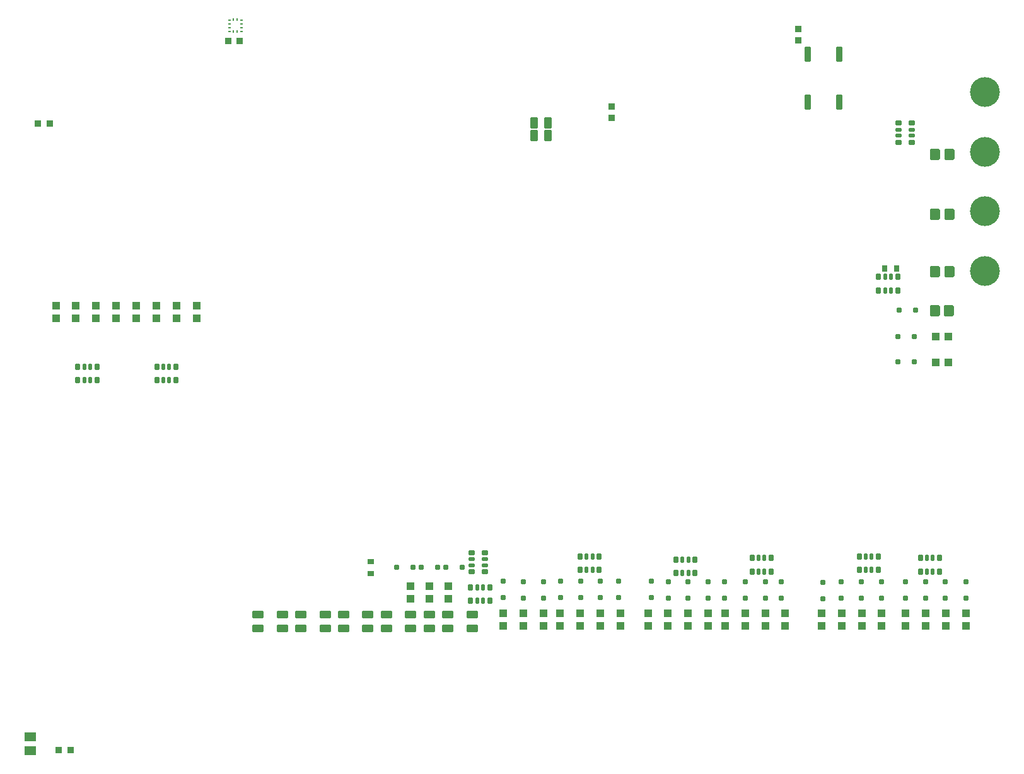
<source format=gtp>
G04*
G04 #@! TF.GenerationSoftware,Altium Limited,Altium Designer,20.0.10 (225)*
G04*
G04 Layer_Color=8421504*
%FSLAX25Y25*%
%MOIN*%
G70*
G01*
G75*
%ADD23R,0.05906X0.05118*%
G04:AMPARAMS|DCode=24|XSize=33.47mil|YSize=33.47mil|CornerRadius=3.35mil|HoleSize=0mil|Usage=FLASHONLY|Rotation=0.000|XOffset=0mil|YOffset=0mil|HoleType=Round|Shape=RoundedRectangle|*
%AMROUNDEDRECTD24*
21,1,0.03347,0.02677,0,0,0.0*
21,1,0.02677,0.03347,0,0,0.0*
1,1,0.00669,0.01339,-0.01339*
1,1,0.00669,-0.01339,-0.01339*
1,1,0.00669,-0.01339,0.01339*
1,1,0.00669,0.01339,0.01339*
%
%ADD24ROUNDEDRECTD24*%
G04:AMPARAMS|DCode=25|XSize=39.37mil|YSize=57.09mil|CornerRadius=3.94mil|HoleSize=0mil|Usage=FLASHONLY|Rotation=0.000|XOffset=0mil|YOffset=0mil|HoleType=Round|Shape=RoundedRectangle|*
%AMROUNDEDRECTD25*
21,1,0.03937,0.04921,0,0,0.0*
21,1,0.03150,0.05709,0,0,0.0*
1,1,0.00787,0.01575,-0.02461*
1,1,0.00787,-0.01575,-0.02461*
1,1,0.00787,-0.01575,0.02461*
1,1,0.00787,0.01575,0.02461*
%
%ADD25ROUNDEDRECTD25*%
G04:AMPARAMS|DCode=26|XSize=27.56mil|YSize=36.22mil|CornerRadius=2.76mil|HoleSize=0mil|Usage=FLASHONLY|Rotation=0.000|XOffset=0mil|YOffset=0mil|HoleType=Round|Shape=RoundedRectangle|*
%AMROUNDEDRECTD26*
21,1,0.02756,0.03071,0,0,0.0*
21,1,0.02205,0.03622,0,0,0.0*
1,1,0.00551,0.01102,-0.01535*
1,1,0.00551,-0.01102,-0.01535*
1,1,0.00551,-0.01102,0.01535*
1,1,0.00551,0.01102,0.01535*
%
%ADD26ROUNDEDRECTD26*%
%ADD27R,0.01378X0.00984*%
%ADD28R,0.00984X0.01378*%
G04:AMPARAMS|DCode=29|XSize=27.56mil|YSize=36.22mil|CornerRadius=2.76mil|HoleSize=0mil|Usage=FLASHONLY|Rotation=90.000|XOffset=0mil|YOffset=0mil|HoleType=Round|Shape=RoundedRectangle|*
%AMROUNDEDRECTD29*
21,1,0.02756,0.03071,0,0,90.0*
21,1,0.02205,0.03622,0,0,90.0*
1,1,0.00551,0.01535,0.01102*
1,1,0.00551,0.01535,-0.01102*
1,1,0.00551,-0.01535,-0.01102*
1,1,0.00551,-0.01535,0.01102*
%
%ADD29ROUNDEDRECTD29*%
G04:AMPARAMS|DCode=30|XSize=31.5mil|YSize=78.74mil|CornerRadius=3.15mil|HoleSize=0mil|Usage=FLASHONLY|Rotation=0.000|XOffset=0mil|YOffset=0mil|HoleType=Round|Shape=RoundedRectangle|*
%AMROUNDEDRECTD30*
21,1,0.03150,0.07244,0,0,0.0*
21,1,0.02520,0.07874,0,0,0.0*
1,1,0.00630,0.01260,-0.03622*
1,1,0.00630,-0.01260,-0.03622*
1,1,0.00630,-0.01260,0.03622*
1,1,0.00630,0.01260,0.03622*
%
%ADD30ROUNDEDRECTD30*%
G04:AMPARAMS|DCode=31|XSize=51.18mil|YSize=59.06mil|CornerRadius=5.12mil|HoleSize=0mil|Usage=FLASHONLY|Rotation=0.000|XOffset=0mil|YOffset=0mil|HoleType=Round|Shape=RoundedRectangle|*
%AMROUNDEDRECTD31*
21,1,0.05118,0.04882,0,0,0.0*
21,1,0.04095,0.05906,0,0,0.0*
1,1,0.01024,0.02047,-0.02441*
1,1,0.01024,-0.02047,-0.02441*
1,1,0.01024,-0.02047,0.02441*
1,1,0.01024,0.02047,0.02441*
%
%ADD31ROUNDEDRECTD31*%
%ADD32C,0.15748*%
G04:AMPARAMS|DCode=33|XSize=23.62mil|YSize=23.62mil|CornerRadius=2.36mil|HoleSize=0mil|Usage=FLASHONLY|Rotation=90.000|XOffset=0mil|YOffset=0mil|HoleType=Round|Shape=RoundedRectangle|*
%AMROUNDEDRECTD33*
21,1,0.02362,0.01890,0,0,90.0*
21,1,0.01890,0.02362,0,0,90.0*
1,1,0.00472,0.00945,0.00945*
1,1,0.00472,0.00945,-0.00945*
1,1,0.00472,-0.00945,-0.00945*
1,1,0.00472,-0.00945,0.00945*
%
%ADD33ROUNDEDRECTD33*%
G04:AMPARAMS|DCode=34|XSize=39.37mil|YSize=43.31mil|CornerRadius=3.94mil|HoleSize=0mil|Usage=FLASHONLY|Rotation=270.000|XOffset=0mil|YOffset=0mil|HoleType=Round|Shape=RoundedRectangle|*
%AMROUNDEDRECTD34*
21,1,0.03937,0.03543,0,0,270.0*
21,1,0.03150,0.04331,0,0,270.0*
1,1,0.00787,-0.01772,-0.01575*
1,1,0.00787,-0.01772,0.01575*
1,1,0.00787,0.01772,0.01575*
1,1,0.00787,0.01772,-0.01575*
%
%ADD34ROUNDEDRECTD34*%
G04:AMPARAMS|DCode=35|XSize=39.37mil|YSize=57.09mil|CornerRadius=3.94mil|HoleSize=0mil|Usage=FLASHONLY|Rotation=90.000|XOffset=0mil|YOffset=0mil|HoleType=Round|Shape=RoundedRectangle|*
%AMROUNDEDRECTD35*
21,1,0.03937,0.04921,0,0,90.0*
21,1,0.03150,0.05709,0,0,90.0*
1,1,0.00787,0.02461,0.01575*
1,1,0.00787,0.02461,-0.01575*
1,1,0.00787,-0.02461,-0.01575*
1,1,0.00787,-0.02461,0.01575*
%
%ADD35ROUNDEDRECTD35*%
G04:AMPARAMS|DCode=36|XSize=25.59mil|YSize=31.5mil|CornerRadius=2.56mil|HoleSize=0mil|Usage=FLASHONLY|Rotation=270.000|XOffset=0mil|YOffset=0mil|HoleType=Round|Shape=RoundedRectangle|*
%AMROUNDEDRECTD36*
21,1,0.02559,0.02638,0,0,270.0*
21,1,0.02047,0.03150,0,0,270.0*
1,1,0.00512,-0.01319,-0.01024*
1,1,0.00512,-0.01319,0.01024*
1,1,0.00512,0.01319,0.01024*
1,1,0.00512,0.01319,-0.01024*
%
%ADD36ROUNDEDRECTD36*%
G04:AMPARAMS|DCode=37|XSize=17.72mil|YSize=31.5mil|CornerRadius=1.77mil|HoleSize=0mil|Usage=FLASHONLY|Rotation=270.000|XOffset=0mil|YOffset=0mil|HoleType=Round|Shape=RoundedRectangle|*
%AMROUNDEDRECTD37*
21,1,0.01772,0.02795,0,0,270.0*
21,1,0.01417,0.03150,0,0,270.0*
1,1,0.00354,-0.01398,-0.00709*
1,1,0.00354,-0.01398,0.00709*
1,1,0.00354,0.01398,0.00709*
1,1,0.00354,0.01398,-0.00709*
%
%ADD37ROUNDEDRECTD37*%
G04:AMPARAMS|DCode=38|XSize=25.59mil|YSize=31.5mil|CornerRadius=2.56mil|HoleSize=0mil|Usage=FLASHONLY|Rotation=180.000|XOffset=0mil|YOffset=0mil|HoleType=Round|Shape=RoundedRectangle|*
%AMROUNDEDRECTD38*
21,1,0.02559,0.02638,0,0,180.0*
21,1,0.02047,0.03150,0,0,180.0*
1,1,0.00512,-0.01024,0.01319*
1,1,0.00512,0.01024,0.01319*
1,1,0.00512,0.01024,-0.01319*
1,1,0.00512,-0.01024,-0.01319*
%
%ADD38ROUNDEDRECTD38*%
G04:AMPARAMS|DCode=39|XSize=17.72mil|YSize=31.5mil|CornerRadius=1.77mil|HoleSize=0mil|Usage=FLASHONLY|Rotation=180.000|XOffset=0mil|YOffset=0mil|HoleType=Round|Shape=RoundedRectangle|*
%AMROUNDEDRECTD39*
21,1,0.01772,0.02795,0,0,180.0*
21,1,0.01417,0.03150,0,0,180.0*
1,1,0.00354,-0.00709,0.01398*
1,1,0.00354,0.00709,0.01398*
1,1,0.00354,0.00709,-0.01398*
1,1,0.00354,-0.00709,-0.01398*
%
%ADD39ROUNDEDRECTD39*%
G04:AMPARAMS|DCode=40|XSize=33.47mil|YSize=33.47mil|CornerRadius=3.35mil|HoleSize=0mil|Usage=FLASHONLY|Rotation=90.000|XOffset=0mil|YOffset=0mil|HoleType=Round|Shape=RoundedRectangle|*
%AMROUNDEDRECTD40*
21,1,0.03347,0.02677,0,0,90.0*
21,1,0.02677,0.03347,0,0,90.0*
1,1,0.00669,0.01339,0.01339*
1,1,0.00669,0.01339,-0.01339*
1,1,0.00669,-0.01339,-0.01339*
1,1,0.00669,-0.01339,0.01339*
%
%ADD40ROUNDEDRECTD40*%
G04:AMPARAMS|DCode=41|XSize=23.62mil|YSize=23.62mil|CornerRadius=2.36mil|HoleSize=0mil|Usage=FLASHONLY|Rotation=0.000|XOffset=0mil|YOffset=0mil|HoleType=Round|Shape=RoundedRectangle|*
%AMROUNDEDRECTD41*
21,1,0.02362,0.01890,0,0,0.0*
21,1,0.01890,0.02362,0,0,0.0*
1,1,0.00472,0.00945,-0.00945*
1,1,0.00472,-0.00945,-0.00945*
1,1,0.00472,-0.00945,0.00945*
1,1,0.00472,0.00945,0.00945*
%
%ADD41ROUNDEDRECTD41*%
G04:AMPARAMS|DCode=42|XSize=39.37mil|YSize=43.31mil|CornerRadius=3.94mil|HoleSize=0mil|Usage=FLASHONLY|Rotation=180.000|XOffset=0mil|YOffset=0mil|HoleType=Round|Shape=RoundedRectangle|*
%AMROUNDEDRECTD42*
21,1,0.03937,0.03543,0,0,180.0*
21,1,0.03150,0.04331,0,0,180.0*
1,1,0.00787,-0.01575,0.01772*
1,1,0.00787,0.01575,0.01772*
1,1,0.00787,0.01575,-0.01772*
1,1,0.00787,-0.01575,-0.01772*
%
%ADD42ROUNDEDRECTD42*%
D23*
X57382Y90650D02*
D03*
Y83169D02*
D03*
D24*
X78799Y83563D02*
D03*
X72579D02*
D03*
X168268Y458465D02*
D03*
X162047D02*
D03*
X61654Y414764D02*
D03*
X67874D02*
D03*
D25*
X323721Y415256D02*
D03*
X331201D02*
D03*
X323721Y408465D02*
D03*
X331201D02*
D03*
D26*
X509350Y338287D02*
D03*
X515650D02*
D03*
D27*
X162795Y467618D02*
D03*
Y465650D02*
D03*
Y469587D02*
D03*
Y463681D02*
D03*
X169095Y469587D02*
D03*
Y467618D02*
D03*
Y465650D02*
D03*
Y463681D02*
D03*
D28*
X164961Y469783D02*
D03*
X166929D02*
D03*
Y463484D02*
D03*
X164961D02*
D03*
D29*
X237402Y176772D02*
D03*
Y183071D02*
D03*
D30*
X485236Y451673D02*
D03*
X468701D02*
D03*
X485039Y426083D02*
D03*
X468504D02*
D03*
D31*
X543504Y398622D02*
D03*
X536024D02*
D03*
Y336417D02*
D03*
X543504D02*
D03*
Y366811D02*
D03*
X536024D02*
D03*
X535748Y315866D02*
D03*
X543228D02*
D03*
D32*
X562205Y431496D02*
D03*
Y337008D02*
D03*
Y368504D02*
D03*
Y400000D02*
D03*
D33*
X285827Y180216D02*
D03*
X277165D02*
D03*
X516240Y288878D02*
D03*
X524902D02*
D03*
X516043Y302165D02*
D03*
X524705D02*
D03*
X516732Y316043D02*
D03*
X525394D02*
D03*
X259842Y180216D02*
D03*
X251181D02*
D03*
X272835D02*
D03*
X264173D02*
D03*
D34*
X278543Y163386D02*
D03*
Y170079D02*
D03*
X71061Y311854D02*
D03*
Y318546D02*
D03*
X81691Y311854D02*
D03*
Y318546D02*
D03*
X92321Y311854D02*
D03*
Y318546D02*
D03*
X102950Y311854D02*
D03*
Y318546D02*
D03*
X113580Y311854D02*
D03*
Y318546D02*
D03*
X124210Y311854D02*
D03*
Y318546D02*
D03*
X134840Y311854D02*
D03*
Y318546D02*
D03*
X145470Y311854D02*
D03*
Y318546D02*
D03*
X415945Y149213D02*
D03*
Y155905D02*
D03*
X405315Y149213D02*
D03*
Y155905D02*
D03*
X394685Y149213D02*
D03*
Y155905D02*
D03*
X384055Y149213D02*
D03*
Y155905D02*
D03*
X348327Y149213D02*
D03*
Y155905D02*
D03*
X424803Y149213D02*
D03*
Y155905D02*
D03*
X358957Y149213D02*
D03*
Y155905D02*
D03*
X435433Y149213D02*
D03*
Y155905D02*
D03*
X456693Y149213D02*
D03*
Y155905D02*
D03*
X446063Y149213D02*
D03*
Y155905D02*
D03*
X337697Y149213D02*
D03*
Y155905D02*
D03*
X369587Y149213D02*
D03*
Y155905D02*
D03*
X552165Y155905D02*
D03*
Y149213D02*
D03*
X541536Y155905D02*
D03*
Y149213D02*
D03*
X530906Y155905D02*
D03*
Y149213D02*
D03*
X520276Y155905D02*
D03*
Y149213D02*
D03*
X475787Y155905D02*
D03*
Y149213D02*
D03*
X486417Y155905D02*
D03*
Y149213D02*
D03*
X497047Y155905D02*
D03*
Y149213D02*
D03*
X507677Y155905D02*
D03*
Y149213D02*
D03*
X307677Y155905D02*
D03*
Y149213D02*
D03*
X318307Y155905D02*
D03*
Y149213D02*
D03*
X328937Y155905D02*
D03*
Y149213D02*
D03*
X258465Y163386D02*
D03*
Y170079D02*
D03*
X268701Y163386D02*
D03*
Y170079D02*
D03*
D35*
X258661Y155315D02*
D03*
Y147835D02*
D03*
X190748Y155315D02*
D03*
Y147835D02*
D03*
X200591Y155315D02*
D03*
Y147835D02*
D03*
X291142D02*
D03*
Y155315D02*
D03*
X245866Y147835D02*
D03*
Y155315D02*
D03*
X236024Y147835D02*
D03*
Y155315D02*
D03*
X223228Y147835D02*
D03*
Y155315D02*
D03*
X213386Y147835D02*
D03*
Y155315D02*
D03*
X177953Y147835D02*
D03*
Y155315D02*
D03*
X278346D02*
D03*
Y147835D02*
D03*
X268504Y155315D02*
D03*
Y147835D02*
D03*
D36*
X290945Y187894D02*
D03*
X298031D02*
D03*
Y177854D02*
D03*
X290945D02*
D03*
X523622Y415059D02*
D03*
X516535D02*
D03*
Y405020D02*
D03*
X523622D02*
D03*
D37*
X290945Y184449D02*
D03*
Y181299D02*
D03*
X298031D02*
D03*
Y184449D02*
D03*
X516535Y408465D02*
D03*
Y411614D02*
D03*
X523622D02*
D03*
Y408465D02*
D03*
D38*
X92714Y286164D02*
D03*
Y279078D02*
D03*
X82675D02*
D03*
Y286164D02*
D03*
X124407D02*
D03*
Y279078D02*
D03*
X134447D02*
D03*
Y286164D02*
D03*
X408957Y177264D02*
D03*
Y184350D02*
D03*
X398917D02*
D03*
Y177264D02*
D03*
X449114Y177953D02*
D03*
Y185039D02*
D03*
X439075D02*
D03*
Y177953D02*
D03*
X358268Y178740D02*
D03*
Y185827D02*
D03*
X348228D02*
D03*
Y178740D02*
D03*
X538091Y177953D02*
D03*
Y185039D02*
D03*
X528051D02*
D03*
Y177953D02*
D03*
X505807Y178740D02*
D03*
Y185827D02*
D03*
X495768D02*
D03*
Y178740D02*
D03*
X506004Y326654D02*
D03*
Y333740D02*
D03*
X516043D02*
D03*
Y326654D02*
D03*
X300394Y169488D02*
D03*
Y162402D02*
D03*
X290354D02*
D03*
Y169488D02*
D03*
D39*
X89269Y286164D02*
D03*
X86120D02*
D03*
Y279078D02*
D03*
X89269D02*
D03*
X131002D02*
D03*
X127852D02*
D03*
Y286164D02*
D03*
X131002D02*
D03*
X402362Y184350D02*
D03*
X405512D02*
D03*
Y177264D02*
D03*
X402362D02*
D03*
X442520Y185039D02*
D03*
X445669D02*
D03*
Y177953D02*
D03*
X442520D02*
D03*
X351673Y185827D02*
D03*
X354823D02*
D03*
Y178740D02*
D03*
X351673D02*
D03*
X531496Y185039D02*
D03*
X534646D02*
D03*
Y177953D02*
D03*
X531496D02*
D03*
X499213Y185827D02*
D03*
X502362D02*
D03*
Y178740D02*
D03*
X499213D02*
D03*
X509449Y326654D02*
D03*
X512598D02*
D03*
Y333740D02*
D03*
X509449D02*
D03*
X296949Y169488D02*
D03*
X293799D02*
D03*
Y162402D02*
D03*
X296949D02*
D03*
D40*
X463484Y458701D02*
D03*
Y464921D02*
D03*
X364728Y417717D02*
D03*
Y423937D02*
D03*
D41*
X454528Y172441D02*
D03*
Y163779D02*
D03*
X348524Y172835D02*
D03*
Y164173D02*
D03*
X435630Y172441D02*
D03*
Y163779D02*
D03*
X405118Y172441D02*
D03*
Y163779D02*
D03*
X415748Y172441D02*
D03*
Y163779D02*
D03*
X394882Y172441D02*
D03*
Y163779D02*
D03*
X424606Y172441D02*
D03*
Y163779D02*
D03*
X368701Y172933D02*
D03*
Y164272D02*
D03*
X358760Y172835D02*
D03*
Y164173D02*
D03*
X337894Y172835D02*
D03*
Y164173D02*
D03*
X385827Y172933D02*
D03*
Y164272D02*
D03*
X446260Y172441D02*
D03*
Y163779D02*
D03*
X552362Y163779D02*
D03*
Y172441D02*
D03*
X541339Y163779D02*
D03*
Y172441D02*
D03*
X530709Y163779D02*
D03*
Y172441D02*
D03*
X520079Y163779D02*
D03*
Y172441D02*
D03*
X476378Y163386D02*
D03*
Y172047D02*
D03*
X486221Y163779D02*
D03*
Y172441D02*
D03*
X496850Y163779D02*
D03*
Y172441D02*
D03*
X507480Y163779D02*
D03*
Y172441D02*
D03*
X307480Y164173D02*
D03*
Y172835D02*
D03*
X318110Y163779D02*
D03*
Y172441D02*
D03*
X328740Y163976D02*
D03*
Y172638D02*
D03*
D42*
X542913Y288661D02*
D03*
X536221D02*
D03*
X542913Y302087D02*
D03*
X536221D02*
D03*
M02*

</source>
